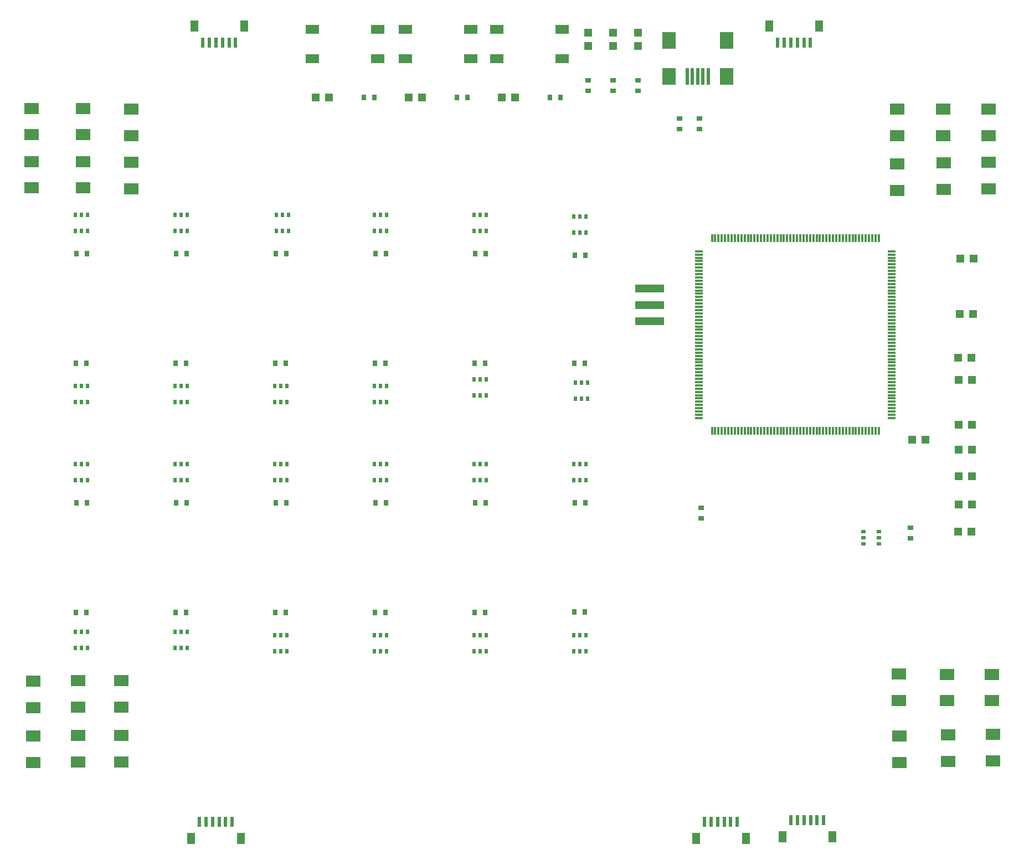
<source format=gtp>
G04 Layer_Color=8421504*
%FSAX25Y25*%
%MOIN*%
G70*
G01*
G75*
%ADD10R,0.08504X0.07008*%
%ADD11R,0.08268X0.05512*%
%ADD12R,0.03800X0.03100*%
%ADD13R,0.05000X0.04500*%
%ADD14R,0.17323X0.04724*%
%ADD15R,0.03100X0.03800*%
%ADD16R,0.04500X0.05000*%
%ADD17R,0.07874X0.09843*%
%ADD18R,0.01969X0.09843*%
%ADD19R,0.02165X0.03150*%
%ADD20R,0.01181X0.04724*%
%ADD21R,0.04724X0.01181*%
%ADD22R,0.03150X0.02165*%
%ADD23R,0.04724X0.07087*%
%ADD24R,0.02362X0.06299*%
D10*
X0112213Y0166602D02*
D03*
Y0150657D02*
D03*
Y0199602D02*
D03*
Y0183657D02*
D03*
X0142000Y0544500D02*
D03*
Y0528555D02*
D03*
X0111000Y0544500D02*
D03*
Y0528555D02*
D03*
Y0512500D02*
D03*
Y0496555D02*
D03*
X0142000Y0512500D02*
D03*
Y0496555D02*
D03*
X0171000Y0511945D02*
D03*
Y0496000D02*
D03*
Y0543945D02*
D03*
Y0528000D02*
D03*
X0659819Y0543949D02*
D03*
Y0528004D02*
D03*
X0632000Y0544000D02*
D03*
Y0528055D02*
D03*
Y0511000D02*
D03*
Y0495055D02*
D03*
X0660000Y0511768D02*
D03*
Y0495823D02*
D03*
X0687000Y0512000D02*
D03*
Y0496055D02*
D03*
Y0544000D02*
D03*
Y0528055D02*
D03*
X0688981Y0187886D02*
D03*
Y0203831D02*
D03*
X0661981Y0187886D02*
D03*
Y0203831D02*
D03*
X0633000Y0188000D02*
D03*
Y0203945D02*
D03*
X0689611Y0151615D02*
D03*
Y0167559D02*
D03*
X0662709Y0151536D02*
D03*
Y0167481D02*
D03*
X0633362Y0150807D02*
D03*
Y0166752D02*
D03*
X0139000Y0166945D02*
D03*
Y0151000D02*
D03*
Y0199945D02*
D03*
Y0184000D02*
D03*
X0165000Y0199945D02*
D03*
Y0184000D02*
D03*
Y0166945D02*
D03*
Y0151000D02*
D03*
D11*
X0430370Y0574283D02*
D03*
X0391000D02*
D03*
X0430370Y0592000D02*
D03*
X0391000D02*
D03*
X0336000D02*
D03*
X0375370D02*
D03*
X0336000Y0574283D02*
D03*
X0375370D02*
D03*
X0319370D02*
D03*
X0280000D02*
D03*
X0319370Y0592000D02*
D03*
X0280000D02*
D03*
D12*
X0640000Y0292000D02*
D03*
Y0285700D02*
D03*
X0476000Y0555000D02*
D03*
Y0561300D02*
D03*
X0461000Y0555000D02*
D03*
Y0561300D02*
D03*
X0446000Y0555000D02*
D03*
Y0561300D02*
D03*
X0501000Y0532000D02*
D03*
Y0538300D02*
D03*
X0513000Y0532000D02*
D03*
Y0538300D02*
D03*
X0514000Y0304000D02*
D03*
Y0297700D02*
D03*
D13*
X0669858Y0420722D02*
D03*
X0677858D02*
D03*
X0394000Y0551000D02*
D03*
X0402000D02*
D03*
X0338000D02*
D03*
X0346000D02*
D03*
X0641000Y0345000D02*
D03*
X0649000D02*
D03*
X0282000Y0551000D02*
D03*
X0290000D02*
D03*
X0668795Y0289635D02*
D03*
X0676795D02*
D03*
X0669000Y0306000D02*
D03*
X0677000D02*
D03*
X0669000Y0323000D02*
D03*
X0677000D02*
D03*
X0669000Y0339000D02*
D03*
X0677000D02*
D03*
X0669000Y0354000D02*
D03*
X0677000D02*
D03*
X0669000Y0381000D02*
D03*
X0677000D02*
D03*
X0668795Y0394351D02*
D03*
X0676795D02*
D03*
X0670000Y0454000D02*
D03*
X0678000D02*
D03*
D14*
X0483000Y0436000D02*
D03*
Y0426157D02*
D03*
Y0416315D02*
D03*
D15*
X0258000Y0307000D02*
D03*
X0264300D02*
D03*
X0324000Y0391000D02*
D03*
X0317700D02*
D03*
X0384000D02*
D03*
X0377700D02*
D03*
X0444000D02*
D03*
X0437700D02*
D03*
X0318000Y0457000D02*
D03*
X0324300D02*
D03*
X0378000D02*
D03*
X0384300D02*
D03*
X0438000Y0456000D02*
D03*
X0444300D02*
D03*
X0138000Y0457000D02*
D03*
X0144300D02*
D03*
X0204000Y0391000D02*
D03*
X0197700D02*
D03*
X0264000D02*
D03*
X0257700D02*
D03*
X0144000D02*
D03*
X0137700D02*
D03*
X0198000Y0457000D02*
D03*
X0204300D02*
D03*
X0258000D02*
D03*
X0264300D02*
D03*
X0423000Y0551000D02*
D03*
X0429300D02*
D03*
X0367000D02*
D03*
X0373300D02*
D03*
X0324000Y0241000D02*
D03*
X0317700D02*
D03*
X0384000D02*
D03*
X0377700D02*
D03*
X0444000Y0241228D02*
D03*
X0437700D02*
D03*
X0311000Y0551000D02*
D03*
X0317300D02*
D03*
X0318000Y0307000D02*
D03*
X0324300D02*
D03*
X0378000D02*
D03*
X0384300D02*
D03*
X0438000D02*
D03*
X0444300D02*
D03*
X0144000Y0241000D02*
D03*
X0137700D02*
D03*
X0204000D02*
D03*
X0197700D02*
D03*
X0264000D02*
D03*
X0257700D02*
D03*
X0138000Y0307000D02*
D03*
X0144300D02*
D03*
X0198000D02*
D03*
X0204300D02*
D03*
D16*
X0476000Y0590000D02*
D03*
Y0582000D02*
D03*
X0461000Y0590000D02*
D03*
Y0582000D02*
D03*
X0446000Y0590000D02*
D03*
Y0582000D02*
D03*
D17*
X0529323Y0585398D02*
D03*
X0494677D02*
D03*
X0529323Y0563744D02*
D03*
X0494677D02*
D03*
D18*
X0518299D02*
D03*
X0505701D02*
D03*
X0512000D02*
D03*
X0515150D02*
D03*
X0508850D02*
D03*
D19*
X0377260Y0320772D02*
D03*
Y0330220D02*
D03*
X0384740Y0320772D02*
D03*
Y0330220D02*
D03*
X0381000Y0320772D02*
D03*
Y0330220D02*
D03*
X0137260Y0470772D02*
D03*
Y0480220D02*
D03*
X0144740Y0470772D02*
D03*
Y0480220D02*
D03*
X0141000Y0470772D02*
D03*
Y0480220D02*
D03*
X0438260Y0369772D02*
D03*
Y0379220D02*
D03*
X0445740Y0369772D02*
D03*
Y0379220D02*
D03*
X0442000Y0369772D02*
D03*
Y0379220D02*
D03*
X0317260Y0320772D02*
D03*
Y0330220D02*
D03*
X0324740Y0320772D02*
D03*
Y0330220D02*
D03*
X0321000Y0320772D02*
D03*
Y0330220D02*
D03*
X0258260Y0470772D02*
D03*
Y0480220D02*
D03*
X0265740Y0470772D02*
D03*
Y0480220D02*
D03*
X0262000Y0470772D02*
D03*
Y0480220D02*
D03*
X0377260Y0371772D02*
D03*
Y0381220D02*
D03*
X0384740Y0371772D02*
D03*
Y0381220D02*
D03*
X0381000Y0371772D02*
D03*
Y0381220D02*
D03*
X0257260Y0217772D02*
D03*
Y0227220D02*
D03*
X0264740Y0217772D02*
D03*
Y0227220D02*
D03*
X0261000Y0217772D02*
D03*
Y0227220D02*
D03*
X0197260Y0470772D02*
D03*
Y0480220D02*
D03*
X0204740Y0470772D02*
D03*
Y0480220D02*
D03*
X0201000Y0470772D02*
D03*
Y0480220D02*
D03*
X0317260Y0367772D02*
D03*
Y0377220D02*
D03*
X0324740Y0367772D02*
D03*
Y0377220D02*
D03*
X0321000Y0367772D02*
D03*
Y0377220D02*
D03*
X0197260Y0219772D02*
D03*
Y0229220D02*
D03*
X0204740Y0219772D02*
D03*
Y0229220D02*
D03*
X0201000Y0219772D02*
D03*
Y0229220D02*
D03*
X0137260Y0367772D02*
D03*
Y0377220D02*
D03*
X0144740Y0367772D02*
D03*
Y0377220D02*
D03*
X0141000Y0367772D02*
D03*
Y0377220D02*
D03*
X0437260Y0469772D02*
D03*
Y0479220D02*
D03*
X0444740Y0469772D02*
D03*
Y0479220D02*
D03*
X0441000Y0469772D02*
D03*
Y0479220D02*
D03*
X0137260Y0219772D02*
D03*
Y0229220D02*
D03*
X0144740Y0219772D02*
D03*
Y0229220D02*
D03*
X0141000Y0219772D02*
D03*
Y0229220D02*
D03*
X0437260Y0217772D02*
D03*
Y0227220D02*
D03*
X0444740Y0217772D02*
D03*
Y0227220D02*
D03*
X0441000Y0217772D02*
D03*
Y0227220D02*
D03*
X0377260Y0470772D02*
D03*
Y0480220D02*
D03*
X0384740Y0470772D02*
D03*
Y0480220D02*
D03*
X0381000Y0470772D02*
D03*
Y0480220D02*
D03*
X0257260Y0320772D02*
D03*
Y0330220D02*
D03*
X0264740Y0320772D02*
D03*
Y0330220D02*
D03*
X0261000Y0320772D02*
D03*
Y0330220D02*
D03*
X0317260Y0470772D02*
D03*
Y0480220D02*
D03*
X0324740Y0470772D02*
D03*
Y0480220D02*
D03*
X0321000Y0470772D02*
D03*
Y0480220D02*
D03*
X0197260Y0320772D02*
D03*
Y0330220D02*
D03*
X0204740Y0320772D02*
D03*
Y0330220D02*
D03*
X0201000Y0320772D02*
D03*
Y0330220D02*
D03*
X0317260Y0217772D02*
D03*
Y0227220D02*
D03*
X0324740Y0217772D02*
D03*
Y0227220D02*
D03*
X0321000Y0217772D02*
D03*
Y0227220D02*
D03*
X0257260Y0367772D02*
D03*
Y0377220D02*
D03*
X0264740Y0367772D02*
D03*
Y0377220D02*
D03*
X0261000Y0367772D02*
D03*
Y0377220D02*
D03*
X0137260Y0320772D02*
D03*
Y0330220D02*
D03*
X0144740Y0320772D02*
D03*
Y0330220D02*
D03*
X0141000Y0320772D02*
D03*
Y0330220D02*
D03*
X0437260Y0320772D02*
D03*
Y0330220D02*
D03*
X0444740Y0320772D02*
D03*
Y0330220D02*
D03*
X0441000Y0320772D02*
D03*
Y0330220D02*
D03*
X0197260Y0367772D02*
D03*
Y0377220D02*
D03*
X0204740Y0367772D02*
D03*
Y0377220D02*
D03*
X0201000Y0367772D02*
D03*
Y0377220D02*
D03*
X0377260Y0217772D02*
D03*
Y0227220D02*
D03*
X0384740Y0217772D02*
D03*
Y0227220D02*
D03*
X0381000Y0217772D02*
D03*
Y0227220D02*
D03*
D20*
X0520591Y0466362D02*
D03*
X0522559D02*
D03*
X0524528D02*
D03*
X0526496D02*
D03*
X0528465D02*
D03*
X0530433D02*
D03*
X0532402D02*
D03*
X0534370D02*
D03*
X0536339D02*
D03*
X0538307D02*
D03*
X0540276D02*
D03*
X0542244D02*
D03*
X0544213D02*
D03*
X0546181D02*
D03*
X0548150D02*
D03*
X0550118D02*
D03*
X0552087D02*
D03*
X0554055D02*
D03*
X0556024D02*
D03*
X0557992D02*
D03*
X0559961D02*
D03*
X0561929D02*
D03*
X0563898D02*
D03*
X0565866D02*
D03*
X0567835D02*
D03*
X0569803D02*
D03*
X0571772D02*
D03*
X0573740D02*
D03*
X0575709D02*
D03*
X0577677D02*
D03*
X0579646D02*
D03*
X0581614D02*
D03*
X0583583D02*
D03*
X0585551D02*
D03*
X0587520D02*
D03*
X0589488D02*
D03*
X0591457D02*
D03*
X0593425D02*
D03*
X0595394D02*
D03*
X0597362D02*
D03*
X0599331D02*
D03*
X0601299D02*
D03*
X0603268D02*
D03*
X0605236D02*
D03*
X0607205D02*
D03*
X0609173D02*
D03*
X0611142D02*
D03*
X0613110D02*
D03*
X0615079D02*
D03*
X0617047D02*
D03*
X0619016D02*
D03*
X0620984D02*
D03*
Y0350220D02*
D03*
X0619016D02*
D03*
X0617047D02*
D03*
X0615079D02*
D03*
X0613110D02*
D03*
X0611142D02*
D03*
X0609173D02*
D03*
X0607205D02*
D03*
X0605236D02*
D03*
X0603268D02*
D03*
X0601299D02*
D03*
X0599331D02*
D03*
X0597362D02*
D03*
X0595394D02*
D03*
X0593425D02*
D03*
X0591457D02*
D03*
X0589488D02*
D03*
X0587520D02*
D03*
X0585551D02*
D03*
X0583583D02*
D03*
X0581614D02*
D03*
X0579646D02*
D03*
X0577677D02*
D03*
X0575709D02*
D03*
X0573740D02*
D03*
X0571772D02*
D03*
X0569803D02*
D03*
X0567835D02*
D03*
X0565866D02*
D03*
X0563898D02*
D03*
X0561929D02*
D03*
X0559961D02*
D03*
X0557992D02*
D03*
X0556024D02*
D03*
X0554055D02*
D03*
X0552087D02*
D03*
X0550118D02*
D03*
X0548150D02*
D03*
X0546181D02*
D03*
X0544213D02*
D03*
X0542244D02*
D03*
X0540276D02*
D03*
X0538307D02*
D03*
X0536339D02*
D03*
X0534370D02*
D03*
X0532402D02*
D03*
X0530433D02*
D03*
X0528465D02*
D03*
X0526496D02*
D03*
X0524528D02*
D03*
X0522559D02*
D03*
X0520591D02*
D03*
D21*
X0628858Y0458488D02*
D03*
Y0456520D02*
D03*
Y0454551D02*
D03*
Y0452583D02*
D03*
Y0450614D02*
D03*
Y0448646D02*
D03*
Y0446677D02*
D03*
Y0444709D02*
D03*
Y0442740D02*
D03*
Y0440772D02*
D03*
Y0438803D02*
D03*
Y0436835D02*
D03*
Y0434866D02*
D03*
Y0432898D02*
D03*
Y0430929D02*
D03*
Y0428961D02*
D03*
Y0426992D02*
D03*
Y0425024D02*
D03*
Y0423055D02*
D03*
Y0421087D02*
D03*
Y0419118D02*
D03*
Y0417150D02*
D03*
Y0415181D02*
D03*
Y0413213D02*
D03*
Y0411244D02*
D03*
Y0409276D02*
D03*
Y0407307D02*
D03*
Y0405339D02*
D03*
Y0403370D02*
D03*
Y0401402D02*
D03*
Y0399433D02*
D03*
Y0397465D02*
D03*
Y0395496D02*
D03*
Y0393528D02*
D03*
Y0391559D02*
D03*
Y0389591D02*
D03*
Y0387622D02*
D03*
Y0385654D02*
D03*
Y0383685D02*
D03*
Y0381717D02*
D03*
Y0379748D02*
D03*
Y0377780D02*
D03*
Y0375811D02*
D03*
Y0373843D02*
D03*
Y0371874D02*
D03*
Y0369906D02*
D03*
Y0367937D02*
D03*
Y0365969D02*
D03*
Y0364000D02*
D03*
Y0362032D02*
D03*
Y0360063D02*
D03*
Y0358094D02*
D03*
X0512717D02*
D03*
Y0360063D02*
D03*
Y0362032D02*
D03*
Y0364000D02*
D03*
Y0365969D02*
D03*
Y0367937D02*
D03*
Y0369906D02*
D03*
Y0371874D02*
D03*
Y0373843D02*
D03*
Y0375811D02*
D03*
Y0377780D02*
D03*
Y0379748D02*
D03*
Y0381717D02*
D03*
Y0383685D02*
D03*
Y0385654D02*
D03*
Y0387622D02*
D03*
Y0389591D02*
D03*
Y0391559D02*
D03*
Y0393528D02*
D03*
Y0395496D02*
D03*
Y0397465D02*
D03*
Y0399433D02*
D03*
Y0401402D02*
D03*
Y0403370D02*
D03*
Y0405339D02*
D03*
Y0407307D02*
D03*
Y0409276D02*
D03*
Y0411244D02*
D03*
Y0413213D02*
D03*
Y0415181D02*
D03*
Y0417150D02*
D03*
Y0419118D02*
D03*
Y0421087D02*
D03*
Y0423055D02*
D03*
Y0425024D02*
D03*
Y0426992D02*
D03*
Y0428961D02*
D03*
Y0430929D02*
D03*
Y0432898D02*
D03*
Y0434866D02*
D03*
Y0436835D02*
D03*
Y0438803D02*
D03*
Y0440772D02*
D03*
Y0442740D02*
D03*
Y0444709D02*
D03*
Y0446677D02*
D03*
Y0448646D02*
D03*
Y0450614D02*
D03*
Y0452583D02*
D03*
Y0454551D02*
D03*
Y0456520D02*
D03*
Y0458488D02*
D03*
D22*
X0611772Y0289740D02*
D03*
X0621220D02*
D03*
X0611772Y0282260D02*
D03*
X0621220D02*
D03*
X0611772Y0286000D02*
D03*
X0621220D02*
D03*
D23*
X0239000Y0594000D02*
D03*
X0209079D02*
D03*
X0555079D02*
D03*
X0585000D02*
D03*
X0207000Y0105000D02*
D03*
X0236921D02*
D03*
X0592921Y0106000D02*
D03*
X0563000D02*
D03*
X0511000Y0105000D02*
D03*
X0540921D02*
D03*
D24*
X0214197Y0583961D02*
D03*
X0218134D02*
D03*
X0222071D02*
D03*
X0226008D02*
D03*
X0229945D02*
D03*
X0233882D02*
D03*
X0579882D02*
D03*
X0575945D02*
D03*
X0572008D02*
D03*
X0568071D02*
D03*
X0564134D02*
D03*
X0560197D02*
D03*
X0231803Y0115039D02*
D03*
X0227866D02*
D03*
X0223929D02*
D03*
X0219992D02*
D03*
X0216055D02*
D03*
X0212118D02*
D03*
X0568118Y0116039D02*
D03*
X0572055D02*
D03*
X0575992D02*
D03*
X0579929D02*
D03*
X0583866D02*
D03*
X0587803D02*
D03*
X0535803Y0115039D02*
D03*
X0531866D02*
D03*
X0527929D02*
D03*
X0523992D02*
D03*
X0520055D02*
D03*
X0516118D02*
D03*
M02*

</source>
